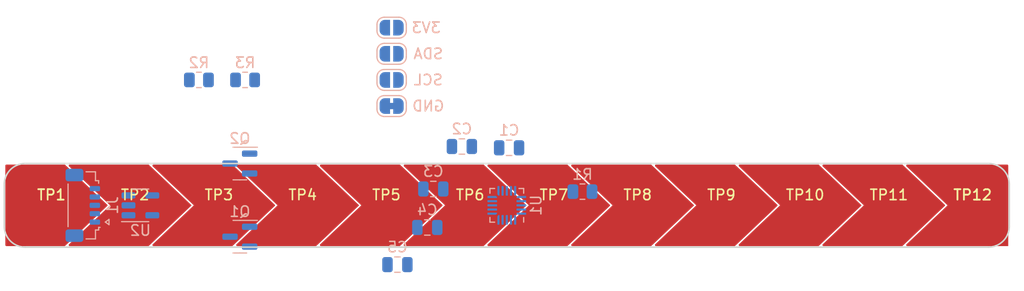
<source format=kicad_pcb>
(kicad_pcb (version 20211014) (generator pcbnew)
  (layers (0 "F.Cu" signal) (31 "B.Cu" signal) (34 "B.Paste" user) (35 "F.Paste" user) (36 "B.SilkS" user "B.Silkscreen") (37 "F.SilkS" user "F.Silkscreen") (38 "B.Mask" user) (39 "F.Mask" user) (44 "Edge.Cuts" user))
  (net 0 "")
  (net 1 "VCC")
  (net 2 "GND")
  (net 3 "Net-(U2-Pad4)")
  (net 4 "+3V3")
  (net 5 "Net-(U1-Pad5)")
  (net 6 "Net-(Q1-Pad3)")
  (net 7 "Net-(Q2-Pad3)")
  (net 8 "INT")
  (net 9 "Net-(U1-Pad4)")
  (net 10 "SDA")
  (net 11 "SCL")
  (net 12 "Net-(U1-Pad7)")
  (net 13 "Net-(U1-Pad8)")
  (net 14 "Net-(U1-Pad9)")
  (net 15 "Net-(U1-Pad10)")
  (net 16 "Net-(U1-Pad11)")
  (net 17 "Net-(U1-Pad12)")
  (net 18 "Net-(U1-Pad13)")
  (net 19 "Net-(U1-Pad14)")
  (net 20 "Net-(U1-Pad15)")
  (net 21 "Net-(U1-Pad16)")
  (net 22 "Net-(U1-Pad17)")
  (net 23 "Net-(U1-Pad18)")
  (net 24 "Net-(U1-Pad19)")
  (footprint "cap_pads:CAPPAD_8x8_Chevron_1" (layer "F.Cu") (at 36 45)
    (fp_text reference "TP1" (at 0.5 -1 unlocked) (layer "F.SilkS"))
    (fp_text value "TestPoint_Alt")
    (fp_text user "${REFERENCE}" (at 0.5 -1 unlocked) (layer "F.SilkS"))
    (fp_poly (pts (xy 5.75 0) (xy 1.75 3.8) (xy -3.8 3.8) (xy -3.8 -3.8) (xy 1.75 -3.8)) (layer "F.Cu") (width 0.2) (fill solid))
  )
  (footprint "cap_pads:CAPPAD_8x8_Chevron_2" (layer "F.Cu") (at 60 45)
    (fp_text reference "TP4" (at 0.5 -1 unlocked) (layer "F.SilkS"))
    (fp_text value "TestPoint_Alt")
    (fp_poly (pts (xy 5.75 0) (xy 1.75 3.8) (xy -5.75 3.8) (xy -1.75 0) (xy -5.75 -3.8) (xy 1.75 -3.8)) (layer "F.Cu") (width 0.2) (fill solid))
  )
  (footprint "cap_pads:CAPPAD_8x8_Chevron_2" (layer "F.Cu") (at 116 45)
    (fp_text reference "TP11" (at 0.5 -1 unlocked) (layer "F.SilkS"))
    (fp_text value "TestPoint_Alt")
    (fp_poly (pts (xy 5.75 0) (xy 1.75 3.8) (xy -5.75 3.8) (xy -1.75 0) (xy -5.75 -3.8) (xy 1.75 -3.8)) (layer "F.Cu") (width 0.2) (fill solid))
  )
  (footprint "cap_pads:CAPPAD_8x8_Chevron_2" (layer "F.Cu") (at 84 45)
    (fp_text reference "TP7" (at 0.5 -1 unlocked) (layer "F.SilkS"))
    (fp_text value "TestPoint_Alt")
    (fp_poly (pts (xy 5.75 0) (xy 1.75 3.8) (xy -5.75 3.8) (xy -1.75 0) (xy -5.75 -3.8) (xy 1.75 -3.8)) (layer "F.Cu") (width 0.2) (fill solid))
  )
  (footprint "cap_pads:CAPPAD_8x8_Chevron_2" (layer "F.Cu") (at 68 45)
    (fp_text reference "TP5" (at 0.5 -1 unlocked) (layer "F.SilkS"))
    (fp_text value "TestPoint_Alt")
    (fp_poly (pts (xy 5.75 0) (xy 1.75 3.8) (xy -5.75 3.8) (xy -1.75 0) (xy -5.75 -3.8) (xy 1.75 -3.8)) (layer "F.Cu") (width 0.2) (fill solid))
  )
  (footprint "cap_pads:CAPPAD_8x8_Chevron_2" (layer "F.Cu") (at 76 45)
    (fp_text reference "TP6" (at 0.5 -1 unlocked) (layer "F.SilkS"))
    (fp_text value "TestPoint_Alt")
    (fp_poly (pts (xy 5.75 0) (xy 1.75 3.8) (xy -5.75 3.8) (xy -1.75 0) (xy -5.75 -3.8) (xy 1.75 -3.8)) (layer "F.Cu") (width 0.2) (fill solid))
  )
  (footprint "cap_pads:CAPPAD_8x8_Chevron_2" (layer "F.Cu") (at 100 45)
    (fp_text reference "TP9" (at 0.5 -1 unlocked) (layer "F.SilkS"))
    (fp_text value "TestPoint_Alt")
    (fp_poly (pts (xy 5.75 0) (xy 1.75 3.8) (xy -5.75 3.8) (xy -1.75 0) (xy -5.75 -3.8) (xy 1.75 -3.8)) (layer "F.Cu") (width 0.2) (fill solid))
  )
  (footprint "cap_pads:CAPPAD_8x8_Chevron_2" (layer "F.Cu") (at 92 45)
    (fp_text reference "TP8" (at 0.5 -1 unlocked) (layer "F.SilkS"))
    (fp_text value "TestPoint_Alt")
    (fp_poly (pts (xy 5.75 0) (xy 1.75 3.8) (xy -5.75 3.8) (xy -1.75 0) (xy -5.75 -3.8) (xy 1.75 -3.8)) (layer "F.Cu") (width 0.2) (fill solid))
  )
  (footprint "cap_pads:CAPPAD_8x8_Chevron_2" (layer "F.Cu") (at 52 45)
    (fp_text reference "TP3" (at 0.5 -1 unlocked) (layer "F.SilkS"))
    (fp_text value "TestPoint_Alt")
    (fp_poly (pts (xy 5.75 0) (xy 1.75 3.8) (xy -5.75 3.8) (xy -1.75 0) (xy -5.75 -3.8) (xy 1.75 -3.8)) (layer "F.Cu") (width 0.2) (fill solid))
  )
  (footprint "cap_pads:CAPPAD_8x8_Chevron_3" (layer "F.Cu") (at 124 45)
    (fp_text reference "TP12" (at 0.5 -1 unlocked) (layer "F.SilkS"))
    (fp_text value "TestPoint_Alt")
    (fp_text user "${REFERENCE}" (at 0.5 -1 unlocked) (layer "F.SilkS"))
    (fp_poly (pts (xy 3.8 3.8) (xy -5.75 3.8) (xy -1.75 0) (xy -5.75 -3.8) (xy 3.8 -3.8)) (layer "F.Cu") (width 0.2) (fill solid))
  )
  (footprint "cap_pads:CAPPAD_8x8_Chevron_2" (layer "F.Cu") (at 44 45)
    (fp_text reference "TP2" (at 0.5 -1 unlocked) (layer "F.SilkS"))
    (fp_text value "TestPoint_Alt")
    (fp_poly (pts (xy 5.75 0) (xy 1.75 3.8) (xy -5.75 3.8) (xy -1.75 0) (xy -5.75 -3.8) (xy 1.75 -3.8)) (layer "F.Cu") (width 0.2) (fill solid))
  )
  (footprint "cap_pads:CAPPAD_8x8_Chevron_2" (layer "F.Cu") (at 108 45)
    (fp_text reference "TP10" (at 0.5 -1 unlocked) (layer "F.SilkS"))
    (fp_text value "TestPoint_Alt")
    (fp_poly (pts (xy 5.75 0) (xy 1.75 3.8) (xy -5.75 3.8) (xy -1.75 0) (xy -5.75 -3.8) (xy 1.75 -3.8)) (layer "F.Cu") (width 0.2) (fill solid))
  )
  (footprint "Jumper:SolderJumper-2_P1.3mm_Bridged_RoundedPad1.0x1.5mm" (layer "B.Cu") (at 69 35.5 180)
    (fp_text reference "JP4")
    (fp_text value "GND" (at -3.5 0) (layer "B.SilkS") (effects (justify mirror)))
    (fp_poly (pts (xy 0.25 0.3) (xy -0.25 0.3) (xy -0.25 -0.3) (xy 0.25 -0.3)) (layer "B.Cu") (width 0) (fill solid))
    (fp_line (start -1.4 -0.3) (end -1.4 0.3) (layer "B.SilkS") (width 0.12))
    (fp_line (start -0.7 1) (end 0.7 1) (layer "B.SilkS") (width 0.12))
    (fp_line (start 1.4 0.3) (end 1.4 -0.3) (layer "B.SilkS") (width 0.12))
    (fp_line (start 0.7 -1) (end -0.7 -1) (layer "B.SilkS") (width 0.12))
    (fp_arc (start 0.7 -1) (mid 1.194975 -0.794975) (end 1.4 -0.3) (layer "B.SilkS") (width 0.12))
    (fp_arc (start -0.7 1) (mid -1.194975 0.794975) (end -1.4 0.3) (layer "B.SilkS") (width 0.12))
    (fp_arc (start -1.4 -0.3) (mid -1.194975 -0.794975) (end -0.7 -1) (layer "B.SilkS") (width 0.12))
    (fp_arc (start 1.4 0.3) (mid 1.194975 0.794975) (end 0.7 1) (layer "B.SilkS") (width 0.12))
    (pad "1" smd custom (at -0.65 0 180) (size 1 0.5) (layers "B.Cu" "B.Mask") (net 2 "GND") (options (clearance outline) (anchor rect)) (primitives (gr_circle (center 0 -0.25) (end 0.5 -0.25) (width 0) (fill yes)) (gr_circle (center 0 0.25) (end 0.5 0.25) (width 0) (fill yes)) (gr_poly (pts (xy 0.5 -0.75) (xy 0 -0.75) (xy 0 0.75) (xy 0.5 0.75)) (width 0) (fill yes))))
    (pad "2" smd custom (at 0.65 0 180) (size 1 0.5) (layers "B.Cu" "B.Mask") (net 9 "Net-(U1-Pad4)") (options (clearance outline) (anchor rect)) (primitives (gr_circle (center 0 -0.25) (end 0.5 -0.25) (width 0) (fill yes)) (gr_circle (center 0 0.25) (end 0.5 0.25) (width 0) (fill yes)) (gr_poly (pts (xy 0 -0.75) (xy -0.5 -0.75) (xy -0.5 0.75) (xy 0 0.75)) (width 0) (fill yes))))
  )
  (footprint "Resistor_SMD:R_0805_2012Metric" (layer "B.Cu") (at 55 33 180)
    (fp_text reference "R3" (at 0 1.65) (layer "B.SilkS") (effects (justify mirror)))
    (fp_text value "10kΩ")
    (fp_line (start -0.227064 -0.735) (end 0.227064 -0.735) (layer "B.SilkS") (width 0.12))
    (fp_line (start -0.227064 0.735) (end 0.227064 0.735) (layer "B.SilkS") (width 0.12))
    (pad "1" smd roundrect (at -0.9125 0 180) (size 1.025 1.4) (layers "B.Cu" "B.Paste" "B.Mask") (roundrect_rratio 0.243902) (net 4 "+3V3"))
    (pad "2" smd roundrect (at 0.9125 0 180) (size 1.025 1.4) (layers "B.Cu" "B.Paste" "B.Mask") (roundrect_rratio 0.243902) (net 10 "SDA"))
  )
  (footprint "Capacitor_SMD:C_0805_2012Metric" (layer "B.Cu") (at 72.407 47.117 180)
    (fp_text reference "C4" (at 0 1.68) (layer "B.SilkS") (effects (justify mirror)))
    (fp_text value "0.1uF")
    (fp_line (start -0.261252 0.735) (end 0.261252 0.735) (layer "B.SilkS") (width 0.12))
    (fp_line (start -0.261252 -0.735) (end 0.261252 -0.735) (layer "B.SilkS") (width 0.12))
    (pad "1" smd roundrect (at -0.95 0 180) (size 1 1.45) (layers "B.Cu" "B.Paste" "B.Mask") (net 4 "+3V3"))
    (pad "2" smd roundrect (at 0.95 0 180) (size 1 1.45) (layers "B.Cu" "B.Paste" "B.Mask") (net 2 "GND"))
  )
  (footprint "Capacitor_SMD:C_0805_2012Metric" (layer "B.Cu") (at 69.552 50.673 180)
    (fp_text reference "C5" (at 0 1.68) (layer "B.SilkS") (effects (justify mirror)))
    (fp_text value "0.1uF")
    (fp_line (start -0.261252 -0.735) (end 0.261252 -0.735) (layer "B.SilkS") (width 0.12))
    (fp_line (start -0.261252 0.735) (end 0.261252 0.735) (layer "B.SilkS") (width 0.12))
    (pad "1" smd roundrect (at -0.95 0 180) (size 1 1.45) (layers "B.Cu" "B.Paste" "B.Mask") (net 5 "Net-(U1-Pad5)"))
    (pad "2" smd roundrect (at 0.95 0 180) (size 1 1.45) (layers "B.Cu" "B.Paste" "B.Mask") (net 2 "GND"))
  )
  (footprint "Package_DFN_QFN:UQFN-20_3x3mm_P0.4mm" (layer "B.Cu") (at 80 45 90)
    (fp_text reference "U1" (at 0 2.8 90) (layer "B.SilkS") (effects (justify mirror)))
    (fp_text value "MPR121QR2")
    (fp_line (start -1.16 1.61) (end -1.61 1.61) (layer "B.SilkS") (width 0.12))
    (fp_line (start 1.16 1.61) (end 1.61 1.61) (layer "B.SilkS") (width 0.12))
    (fp_line (start -1.61 -1.61) (end -1.61 -1.16) (layer "B.SilkS") (width 0.12))
    (fp_line (start 1.16 -1.61) (end 1.61 -1.61) (layer "B.SilkS") (width 0.12))
    (fp_line (start 1.61 -1.61) (end 1.61 -1.16) (layer "B.SilkS") (width 0.12))
    (fp_line (start -1.16 -1.61) (end -1.61 -1.61) (layer "B.SilkS") (width 0.12))
    (fp_line (start 1.61 1.61) (end 1.61 1.16) (layer "B.SilkS") (width 0.12))
    (pad "1" smd custom (at -1.3875 0.8 90) (size 0.115147 0.115147) (layers "B.Cu" "B.Paste" "B.Mask") (net 8 "INT") (options (clearance outline) (anchor circle)) (primitives (gr_poly (pts (xy 0.4225 -0.036569) (xy 0.4225 -0.06) (xy -0.4225 -0.06) (xy -0.4225 0.06) (xy 0.325931 0.06)) (width 0.08) (fill yes))))
    (pad "2" smd roundrect (at -1.3875 0.4 90) (size 0.925 0.2) (layers "B.Cu" "B.Paste" "B.Mask") (net 11 "SCL"))
    (pad "3" smd roundrect (at -1.3875 0 90) (size 0.925 0.2) (layers "B.Cu" "B.Paste" "B.Mask") (net 10 "SDA"))
    (pad "4" smd roundrect (at -1.3875 -0.4 90) (size 0.925 0.2) (layers "B.Cu" "B.Paste" "B.Mask") (net 9 "Net-(U1-Pad4)"))
    (pad "5" smd custom (at -1.3875 -0.8 90) (size 0.115147 0.115147) (layers "B.Cu" "B.Paste" "B.Mask") (net 5 "Net-(U1-Pad5)") (options (clearance outline) (anchor circle)) (primitives (gr_poly (pts (xy 0.4225 0.036569) (xy 0.325931 -0.06) (xy -0.4225 -0.06) (xy -0.4225 0.06) (xy 0.4225 0.06)) (width 0.08) (fill yes))))
    (pad "6" smd custom (at -0.8 -1.3875 90) (size 0.115147 0.115147) (layers "B.Cu" "B.Paste" "B.Mask") (net 2 "GND") (options (clearance outline) (anchor circle)) (primitives (gr_poly (pts (xy 0.06 -0.4225) (xy -0.06 -0.4225) (xy -0.06 0.325931) (xy 0.036569 0.4225) (xy 0.06 0.4225)) (width 0.08) (fill yes))))
    (pad "7" smd roundrect (at -0.4 -1.3875 90) (size 0.2 0.925) (layers "B.Cu" "B.Paste" "B.Mask") (net 12 "Net-(U1-Pad7)"))
    (pad "8" smd roundrect (at 0 -1.3875 90) (size 0.2 0.925) (layers "B.Cu" "B.Paste" "B.Mask") (net 13 "Net-(U1-Pad8)"))
    (pad "9" smd roundrect (at 0.4 -1.3875 90) (size 0.2 0.925) (layers "B.Cu" "B.Paste" "B.Mask") (net 14 "Net-(U1-Pad9)"))
    (pad "10" smd custom (at 0.8 -1.3875 90) (size 0.115147 0.115147) (layers "B.Cu" "B.Paste" "B.Mask") (net 15 "Net-(U1-Pad10)") (options (clearance outline) (anchor circle)) (primitives (gr_poly (pts (xy 0.06 0.325931) (xy 0.06 -0.4225) (xy -0.06 -0.4225) (xy -0.06 0.4225) (xy -0.036569 0.4225)) (width 0.08) (fill yes))))
    (pad "11" smd custom (at 1.3875 -0.8 90) (size 0.115147 0.115147) (layers "B.Cu" "B.Paste" "B.Mask") (net 16 "Net-(U1-Pad11)") (options (clearance outline) (anchor circle)) (primitives (gr_poly (pts (xy 0.4225 -0.06) (xy -0.325931 -0.06) (xy -0.4225 0.036569) (xy -0.4225 0.06) (xy 0.4225 0.06)) (width 0.08) (fill yes))))
    (pad "12" smd roundrect (at 1.3875 -0.4 90) (size 0.925 0.2) (layers "B.Cu" "B.Paste" "B.Mask") (net 17 "Net-(U1-Pad12)"))
    (pad "13" smd roundrect (at 1.3875 0 90) (size 0.925 0.2) (layers "B.Cu" "B.Paste" "B.Mask") (net 18 "Net-(U1-Pad13)"))
    (pad "14" smd roundrect (at 1.3875 0.4 90) (size 0.925 0.2) (layers "B.Cu" "B.Paste" "B.Mask") (net 19 "Net-(U1-Pad14)"))
    (pad "15" smd custom (at 1.3875 0.8 90) (size 0.115147 0.115147) (layers "B.Cu" "B.Paste" "B.Mask") (net 20 "Net-(U1-Pad15)") (options (clearance outline) (anchor circle)) (primitives (gr_poly (pts (xy 0.4225 -0.06) (xy -0.4225 -0.06) (xy -0.4225 -0.036569) (xy -0.325931 0.06) (xy 0.4225 0.06)) (width 0.08) (fill yes))))
    (pad "16" smd custom (at 0.8 1.3875 90) (size 0.115147 0.115147) (layers "B.Cu" "B.Paste" "B.Mask") (net 21 "Net-(U1-Pad16)") (options (clearance outline) (anchor circle)) (primitives (gr_poly (pts (xy 0.06 -0.325931) (xy -0.036569 -0.4225) (xy -0.06 -0.4225) (xy -0.06 0.4225) (xy 0.06 0.4225)) (width 0.08) (fill yes))))
    (pad "17" smd roundrect (at 0.4 1.3875 90) (size 0.2 0.925) (layers "B.Cu" "B.Paste" "B.Mask") (net 22 "Net-(U1-Pad17)"))
    (pad "18" smd roundrect (at 0 1.3875 90) (size 0.2 0.925) (layers "B.Cu" "B.Paste" "B.Mask") (net 23 "Net-(U1-Pad18)"))
    (pad "19" smd roundrect (at -0.4 1.3875 90) (size 0.2 0.925) (layers "B.Cu" "B.Paste" "B.Mask") (net 24 "Net-(U1-Pad19)"))
    (pad "20" smd custom (at -0.8 1.3875 90) (size 0.115147 0.115147) (layers "B.Cu" "B.Paste" "B.Mask") (net 4 "+3V3") (options (clearance outline) (anchor circle)) (primitives (gr_poly (pts (xy 0.06 -0.4225) (xy 0.036569 -0.4225) (xy -0.06 -0.325931) (xy -0.06 0.4225) (xy 0.06 0.4225)) (width 0.08) (fill yes))))
  )
  (footprint "Package_TO_SOT_SMD:SOT-23" (layer "B.Cu") (at 54.5 48 180)
    (fp_text reference "Q1" (at 0 2.4) (layer "B.SilkS") (effects (justify mirror)))
    (fp_text value "BSS138")
    (fp_line (start 0 -1.56) (end -0.65 -1.56) (layer "B.SilkS") (width 0.12))
    (fp_line (start 0 1.56) (end -1.675 1.56) (layer "B.SilkS") (width 0.12))
    (fp_line (start 0 1.56) (end 0.65 1.56) (layer "B.SilkS") (width 0.12))
    (fp_line (start 0 -1.56) (end 0.65 -1.56) (layer "B.SilkS") (width 0.12))
    (pad "1" smd roundrect (at -0.9375 0.95 180) (size 1.475 0.6) (layers "B.Cu" "B.Paste" "B.Mask") (net 4 "+3V3"))
    (pad "2" smd roundrect (at -0.9375 -0.95 180) (size 1.475 0.6) (layers "B.Cu" "B.Paste" "B.Mask") (net 10 "SDA"))
    (pad "3" smd roundrect (at 0.9375 0 180) (size 1.475 0.6) (layers "B.Cu" "B.Paste" "B.Mask") (net 6 "Net-(Q1-Pad3)"))
  )
  (footprint "Package_TO_SOT_SMD:SOT-23-5" (layer "B.Cu") (at 45 45)
    (fp_text reference "U2" (at 0 2.4) (layer "B.SilkS") (effects (justify mirror)))
    (fp_text value "SPX3819M5-L-3-3")
    (fp_line (start 0 1.56) (end 0.8 1.56) (layer "B.SilkS") (width 0.12))
    (fp_line (start 0 -1.56) (end -0.8 -1.56) (layer "B.SilkS") (width 0.12))
    (fp_line (start 0 -1.56) (end 0.8 -1.56) (layer "B.SilkS") (width 0.12))
    (fp_line (start 0 1.56) (end -1.8 1.56) (layer "B.SilkS") (width 0.12))
    (pad "1" smd roundrect (at -1.1375 0.95) (size 1.325 0.6) (layers "B.Cu" "B.Paste" "B.Mask") (net 1 "VCC"))
    (pad "2" smd roundrect (at -1.1375 0) (size 1.325 0.6) (layers "B.Cu" "B.Paste" "B.Mask") (net 2 "GND"))
    (pad "3" smd roundrect (at -1.1375 -0.95) (size 1.325 0.6) (layers "B.Cu" "B.Paste" "B.Mask") (net 1 "VCC"))
    (pad "4" smd roundrect (at 1.1375 -0.95) (size 1.325 0.6) (layers "B.Cu" "B.Paste" "B.Mask") (net 3 "Net-(U2-Pad4)"))
    (pad "5" smd roundrect (at 1.1375 0.95) (size 1.325 0.6) (layers "B.Cu" "B.Paste" "B.Mask") (net 4 "+3V3"))
  )
  (footprint "Jumper:SolderJumper-2_P1.3mm_Open_RoundedPad1.0x1.5mm" (layer "B.Cu") (at 69 30.5 180)
    (fp_text reference "JP2")
    (fp_text value "SDA" (at -3.5 0) (layer "B.SilkS") (effects (justify mirror)))
    (fp_line (start -0.7 1) (end 0.7 1) (layer "B.SilkS") (width 0.12))
    (fp_line (start -1.4 -0.3) (end -1.4 0.3) (layer "B.SilkS") (width 0.12))
    (fp_line (start 1.4 0.3) (end 1.4 -0.3) (layer "B.SilkS") (width 0.12))
    (fp_line (start 0.7 -1) (end -0.7 -1) (layer "B.SilkS") (width 0.12))
    (fp_arc (start -1.4 -0.3) (mid -1.194975 -0.794975) (end -0.7 -1) (layer "B.SilkS") (width 0.12))
    (fp_arc (start -0.7 1) (mid -1.194975 0.794975) (end -1.4 0.3) (layer "B.SilkS") (width 0.12))
    (fp_arc (start 0.7 -1) (mid 1.194975 -0.794975) (end 1.4 -0.3) (layer "B.SilkS") (width 0.12))
    (fp_arc (start 1.4 0.3) (mid 1.194975 0.794975) (end 0.7 1) (layer "B.SilkS") (width 0.12))
    (pad "1" smd custom (at -0.65 0 180) (size 1 0.5) (layers "B.Cu" "B.Mask") (net 10 "SDA") (options (clearance outline) (anchor rect)) (primitives (gr_circle (center 0 -0.25) (end 0.5 -0.25) (width 0) (fill yes)) (gr_circle (center 0 0.25) (end 0.5 0.25) (width 0) (fill yes)) (gr_poly (pts (xy 0.5 -0.75) (xy 0 -0.75) (xy 0 0.75) (xy 0.5 0.75)) (width 0) (fill yes))))
    (pad "2" smd custom (at 0.65 0 180) (size 1 0.5) (layers "B.Cu" "B.Mask") (net 9 "Net-(U1-Pad4)") (options (clearance outline) (anchor rect)) (primitives (gr_circle (center 0 -0.25) (end 0.5 -0.25) (width 0) (fill yes)) (gr_circle (center 0 0.25) (end 0.5 0.25) (width 0) (fill yes)) (gr_poly (pts (xy 0 -0.75) (xy -0.5 -0.75) (xy -0.5 0.75) (xy 0 0.75)) (width 0) (fill yes))))
  )
  (footprint "Capacitor_SMD:C_0805_2012Metric" (layer "B.Cu") (at 75.709 39.37 180)
    (fp_text reference "C2" (at 0 1.68) (layer "B.SilkS") (effects (justify mirror)))
    (fp_text value "1uF")
    (fp_line (start -0.261252 -0.735) (end 0.261252 -0.735) (layer "B.SilkS") (width 0.12))
    (fp_line (start -0.261252 0.735) (end 0.261252 0.735) (layer "B.SilkS") (width 0.12))
    (pad "1" smd roundrect (at -0.95 0 180) (size 1 1.45) (layers "B.Cu" "B.Paste" "B.Mask") (net 3 "Net-(U2-Pad4)"))
    (pad "2" smd roundrect (at 0.95 0 180) (size 1 1.45) (layers "B.Cu" "B.Paste" "B.Mask") (net 2 "GND"))
  )
  (footprint "Jumper:SolderJumper-2_P1.3mm_Open_RoundedPad1.0x1.5mm" (layer "B.Cu") (at 69 28 180)
    (fp_text reference "JP1")
    (fp_text value "3V3" (at -3.3 0) (layer "B.SilkS") (effects (justify mirror)))
    (fp_line (start 1.4 0.3) (end 1.4 -0.3) (layer "B.SilkS") (width 0.12))
    (fp_line (start -1.4 -0.3) (end -1.4 0.3) (layer "B.SilkS") (width 0.12))
    (fp_line (start 0.7 -1) (end -0.7 -1) (layer "B.SilkS") (width 0.12))
    (fp_line (start -0.7 1) (end 0.7 1) (layer "B.SilkS") (width 0.12))
    (fp_arc (start -1.4 -0.3) (mid -1.194975 -0.794975) (end -0.7 -1) (layer "B.SilkS") (width 0.12))
    (fp_arc (start -0.7 1) (mid -1.194975 0.794975) (end -1.4 0.3) (layer "B.SilkS") (width 0.12))
    (fp_arc (start 1.4 0.3) (mid 1.194975 0.794975) (end 0.7 1) (layer "B.SilkS") (width 0.12))
    (fp_arc (start 0.7 -1) (mid 1.194975 -0.794975) (end 1.4 -0.3) (layer "B.SilkS") (width 0.12))
    (pad "1" smd custom (at -0.65 0 180) (size 1 0.5) (layers "B.Cu" "B.Mask") (net 4 "+3V3") (options (clearance outline) (anchor rect)) (primitives (gr_circle (center 0 -0.25) (end 0.5 -0.25) (width 0) (fill yes)) (gr_circle (center 0 0.25) (end 0.5 0.25) (width 0) (fill yes)) (gr_poly (pts (xy 0.5 -0.75) (xy 0 -0.75) (xy 0 0.75) (xy 0.5 0.75)) (width 0) (fill yes))))
    (pad "2" smd custom (at 0.65 0 180) (size 1 0.5) (layers "B.Cu" "B.Mask") (net 9 "Net-(U1-Pad4)") (options (clearance outline) (anchor rect)) (primitives (gr_circle (center 0 -0.25) (end 0.5 -0.25) (width 0) (fill yes)) (gr_circle (center 0 0.25) (end 0.5 0.25) (width 0) (fill yes)) (gr_poly (pts (xy 0 -0.75) (xy -0.5 -0.75) (xy -0.5 0.75) (xy 0 0.75)) (width 0) (fill yes))))
  )
  (footprint "Resistor_SMD:R_0805_2012Metric" (layer "B.Cu") (at 87.2285 43.688 180)
    (fp_text reference "R1" (at 0 1.65) (layer "B.SilkS") (effects (justify mirror)))
    (fp_text value "75kΩ")
    (fp_line (start -0.227064 0.735) (end 0.227064 0.735) (layer "B.SilkS") (width 0.12))
    (fp_line (start -0.227064 -0.735) (end 0.227064 -0.735) (layer "B.SilkS") (width 0.12))
    (pad "1" smd roundrect (at -0.9125 0 180) (size 1.025 1.4) (layers "B.Cu" "B.Paste" "B.Mask") (roundrect_rratio 0.243902) (net 12 "Net-(U1-Pad7)"))
    (pad "2" smd roundrect (at 0.9125 0 180) (size 1.025 1.4) (layers "B.Cu" "B.Paste" "B.Mask") (roundrect_rratio 0.243902) (net 2 "GND"))
  )
  (footprint "Package_TO_SOT_SMD:SOT-23" (layer "B.Cu") (at 54.5 41 180)
    (fp_text reference "Q2" (at 0 2.4) (layer "B.SilkS") (effects (justify mirror)))
    (fp_text value "BSS138")
    (fp_line (start 0 1.56) (end -1.675 1.56) (layer "B.SilkS") (width 0.12))
    (fp_line (start 0 -1.56) (end -0.65 -1.56) (layer "B.SilkS") (width 0.12))
    (fp_line (start 0 1.56) (end 0.65 1.56) (layer "B.SilkS") (width 0.12))
    (fp_line (start 0 -1.56) (end 0.65 -1.56) (layer "B.SilkS") (width 0.12))
    (pad "1" smd roundrect (at -0.9375 0.95 180) (size 1.475 0.6) (layers "B.Cu" "B.Paste" "B.Mask") (net 4 "+3V3"))
    (pad "2" smd roundrect (at -0.9375 -0.95 180) (size 1.475 0.6) (layers "B.Cu" "B.Paste" "B.Mask") (net 11 "SCL"))
    (pad "3" smd roundrect (at 0.9375 0 180) (size 1.475 0.6) (layers "B.Cu" "B.Paste" "B.Mask") (net 7 "Net-(Q2-Pad3)"))
  )
  (footprint "Resistor_SMD:R_0805_2012Metric" (layer "B.Cu") (at 50.59 33 180)
    (fp_text reference "R2" (at 0 1.65) (layer "B.SilkS") (effects (justify mirror)))
    (fp_text value "10kΩ")
    (fp_line (start -0.227064 0.735) (end 0.227064 0.735) (layer "B.SilkS") (width 0.12))
    (fp_line (start -0.227064 -0.735) (end 0.227064 -0.735) (layer "B.SilkS") (width 0.12))
    (pad "1" smd roundrect (at -0.9125 0 180) (size 1.025 1.4) (layers "B.Cu" "B.Paste" "B.Mask") (roundrect_rratio 0.243902) (net 4 "+3V3"))
    (pad "2" smd roundrect (at 0.9125 0 180) (size 1.025 1.4) (layers "B.Cu" "B.Paste" "B.Mask") (roundrect_rratio 0.243902) (net 11 "SCL"))
  )
  (footprint "Jumper:SolderJumper-2_P1.3mm_Open_RoundedPad1.0x1.5mm" (layer "B.Cu") (at 69 33 180)
    (fp_text reference "JP3")
    (fp_text value "SCL" (at -3.5 0) (layer "B.SilkS") (effects (justify mirror)))
    (fp_line (start 1.4 0.3) (end 1.4 -0.3) (layer "B.SilkS") (width 0.12))
    (fp_line (start -1.4 -0.3) (end -1.4 0.3) (layer "B.SilkS") (width 0.12))
    (fp_line (start -0.7 1) (end 0.7 1) (layer "B.SilkS") (width 0.12))
    (fp_line (start 0.7 -1) (end -0.7 -1) (layer "B.SilkS") (width 0.12))
    (fp_arc (start -1.4 -0.3) (mid -1.194975 -0.794975) (end -0.7 -1) (layer "B.SilkS") (width 0.12))
    (fp_arc (start -0.7 1) (mid -1.194975 0.794975) (end -1.4 0.3) (layer "B.SilkS") (width 0.12))
    (fp_arc (start 0.7 -1) (mid 1.194975 -0.794975) (end 1.4 -0.3) (layer "B.SilkS") (width 0.12))
    (fp_arc (start 1.4 0.3) (mid 1.194975 0.794975) (end 0.7 1) (layer "B.SilkS") (width 0.12))
    (pad "1" smd custom (at -0.65 0 180) (size 1 0.5) (layers "B.Cu" "B.Mask") (net 11 "SCL") (options (clearance outline) (anchor rect)) (primitives (gr_circle (center 0 -0.25) (end 0.5 -0.25) (width 0) (fill yes)) (gr_circle (center 0 0.25) (end 0.5 0.25) (width 0) (fill yes)) (gr_poly (pts (xy 0.5 -0.75) (xy 0 -0.75) (xy 0 0.75) (xy 0.5 0.75)) (width 0) (fill yes))))
    (pad "2" smd custom (at 0.65 0 180) (size 1 0.5) (layers "B.Cu" "B.Mask") (net 9 "Net-(U1-Pad4)") (options (clearance outline) (anchor rect)) (primitives (gr_circle (center 0 -0.25) (end 0.5 -0.25) (width 0) (fill yes)) (gr_circle (center 0 0.25) (end 0.5 0.25) (width 0) (fill yes)) (gr_poly (pts (xy 0 -0.75) (xy -0.5 -0.75) (xy -0.5 0.75) (xy 0 0.75)) (width 0) (fill yes))))
  )
  (footprint "Capacitor_SMD:C_0805_2012Metric" (layer "B.Cu") (at 80.22 39.497 180)
    (fp_text reference "C1" (at 0 1.68) (layer "B.SilkS") (effects (justify mirror)))
    (fp_text value "10uF")
    (fp_line (start -0.261252 -0.735) (end 0.261252 -0.735) (layer "B.SilkS") (width 0.12))
    (fp_line (start -0.261252 0.735) (end 0.261252 0.735) (layer "B.SilkS") (width 0.12))
    (pad "1" smd roundrect (at -0.95 0 180) (size 1 1.45) (layers "B.Cu" "B.Paste" "B.Mask") (net 1 "VCC"))
    (pad "2" smd roundrect (at 0.95 0 180) (size 1 1.45) (layers "B.Cu" "B.Paste" "B.Mask") (net 2 "GND"))
  )
  (footprint "Capacitor_SMD:C_0805_2012Metric" (layer "B.Cu") (at 72.981 43.434 180)
    (fp_text reference "C3" (at 0 1.68) (layer "B.SilkS") (effects (justify mirror)))
    (fp_text value "10uF")
    (fp_line (start -0.261252 -0.735) (end 0.261252 -0.735) (layer "B.SilkS") (width 0.12))
    (fp_line (start -0.261252 0.735) (end 0.261252 0.735) (layer "B.SilkS") (width 0.12))
    (pad "1" smd roundrect (at -0.95 0 180) (size 1 1.45) (layers "B.Cu" "B.Paste" "B.Mask") (net 4 "+3V3"))
    (pad "2" smd roundrect (at 0.95 0 180) (size 1 1.45) (layers "B.Cu" "B.Paste" "B.Mask") (net 2 "GND"))
  )
  (footprint "Connector_JST:JST_SUR_SM05B-SURS-TF_1x05-1MP_P0.80mm_Horizontal" (layer "B.Cu") (at 39.5 45 90)
    (fp_text reference "J1" (at 0 2.85 90) (layer "B.SilkS") (effects (justify mirror)))
    (fp_text value "SM05B_SURS_TF")
    (fp_line (start -2.11 1.51) (end -2.11 1.65) (layer "B.SilkS") (width 0.12))
    (fp_line (start -1.35 2.503553) (end -1.85 2.503553) (layer "B.SilkS") (width 0.12))
    (fp_line (start -2.04 -1.41) (end 2.04 -1.41) (layer "B.SilkS") (width 0.12))
    (fp_line (start -3.21 1.21) (end -2.36 1.21) (layer "B.SilkS") (width 0.12))
    (fp_line (start -1.85 2.503553) (end -1.6 2.15) (layer "B.SilkS") (width 0.12))
    (fp_line (start 2.36 1.51) (end 2.11 1.51) (layer "B.SilkS") (width 0.12))
    (fp_line (start -2.36 1.51) (end -2.11 1.51) (layer "B.SilkS") (width 0.12))
    (fp_line (start 3.21 1.21) (end 2.36 1.21) (layer "B.SilkS") (width 0.12))
    (fp_line (start -3.21 0.31) (end -3.21 1.21) (layer "B.SilkS") (width 0.12))
    (fp_line (start 3.21 0.31) (end 3.21 1.21) (layer "B.SilkS") (width 0.12))
    (fp_line (start -2.36 1.21) (end -2.36 1.51) (layer "B.SilkS") (width 0.12))
    (fp_line (start 2.36 1.21) (end 2.36 1.51) (layer "B.SilkS") (width 0.12))
    (fp_line (start -1.6 2.15) (end -1.35 2.503553) (layer "B.SilkS") (width 0.12))
    (pad "1" smd roundrect (at -1.6 1.15 90) (size 0.5 1) (layers "B.Cu" "B.Paste" "B.Mask") (net 1 "VCC"))
    (pad "2" smd roundrect (at -0.8 1.15 90) (size 0.5 1) (layers "B.Cu" "B.Paste" "B.Mask") (net 6 "Net-(Q1-Pad3)"))
    (pad "3" smd roundrect (at 0 1.15 90) (size 0.5 1) (layers "B.Cu" "B.Paste" "B.Mask") (net 7 "Net-(Q2-Pad3)"))
    (pad "4" smd roundrect (at 0.8 1.15 90) (size 0.5 1) (layers "B.Cu" "B.Paste" "B.Mask") (net 8 "INT"))
    (pad "5" smd roundrect (at 1.6 1.15 90) (size 0.5 1) (layers "B.Cu" "B.Paste" "B.Mask") (net 2 "GND"))
    (pad "MP" smd roundrect (at 2.9 -0.8 90) (size 1.2 1.7) (layers "B.Cu" "B.Paste" "B.Mask") (roundrect_rratio 0.208333))
    (pad "MP" smd roundrect (at -2.9 -0.8 90) (size 1.2 1.7) (layers "B.Cu" "B.Paste" "B.Mask") (roundrect_rratio 0.208333))
  )
  (gr_line (start 34 49) (end 126 49) (layer "Edge.Cuts") (width 0.15))
  (gr_line (start 32 43) (end 32 47) (layer "Edge.Cuts") (width 0.15))
  (gr_arc (start 34 49) (mid 32.585786 48.414214) (end 32 47) (layer "Edge.Cuts") (width 0.15))
  (gr_arc (start 128 47) (mid 127.414214 48.414214) (end 126 49) (layer "Edge.Cuts") (width 0.15))
  (gr_arc (start 32 43) (mid 32.585786 41.585786) (end 34 41) (layer "Edge.Cuts") (width 0.15))
  (gr_line (start 34 41) (end 126 41) (layer "Edge.Cuts") (width 0.15))
  (gr_line (start 128 43) (end 128 47) (layer "Edge.Cuts") (width 0.15))
  (gr_arc (start 126 41) (mid 127.414214 41.585786) (end 128 43) (layer "Edge.Cuts") (width 0.15))
)
</source>
